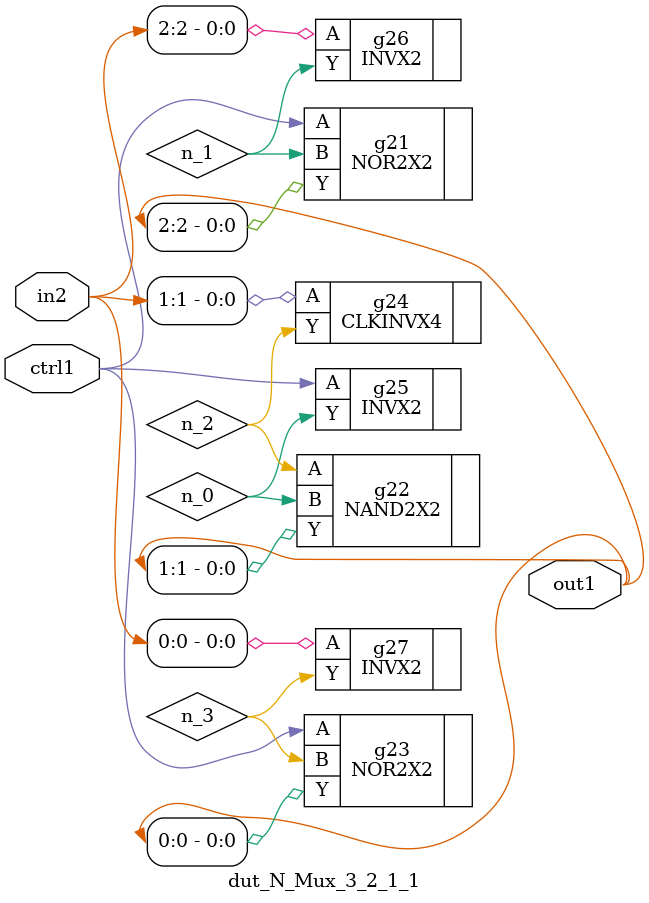
<source format=v>
`timescale 1ps / 1ps


module dut_N_Mux_3_2_1_1(in2, ctrl1, out1);
  input [2:0] in2;
  input ctrl1;
  output [2:0] out1;
  wire [2:0] in2;
  wire ctrl1;
  wire [2:0] out1;
  wire n_0, n_1, n_2, n_3;
  NOR2X2 g21(.A (ctrl1), .B (n_1), .Y (out1[2]));
  NAND2X2 g22(.A (n_2), .B (n_0), .Y (out1[1]));
  NOR2X2 g23(.A (ctrl1), .B (n_3), .Y (out1[0]));
  INVX2 g27(.A (in2[0]), .Y (n_3));
  CLKINVX4 g24(.A (in2[1]), .Y (n_2));
  INVX2 g26(.A (in2[2]), .Y (n_1));
  INVX2 g25(.A (ctrl1), .Y (n_0));
endmodule



</source>
